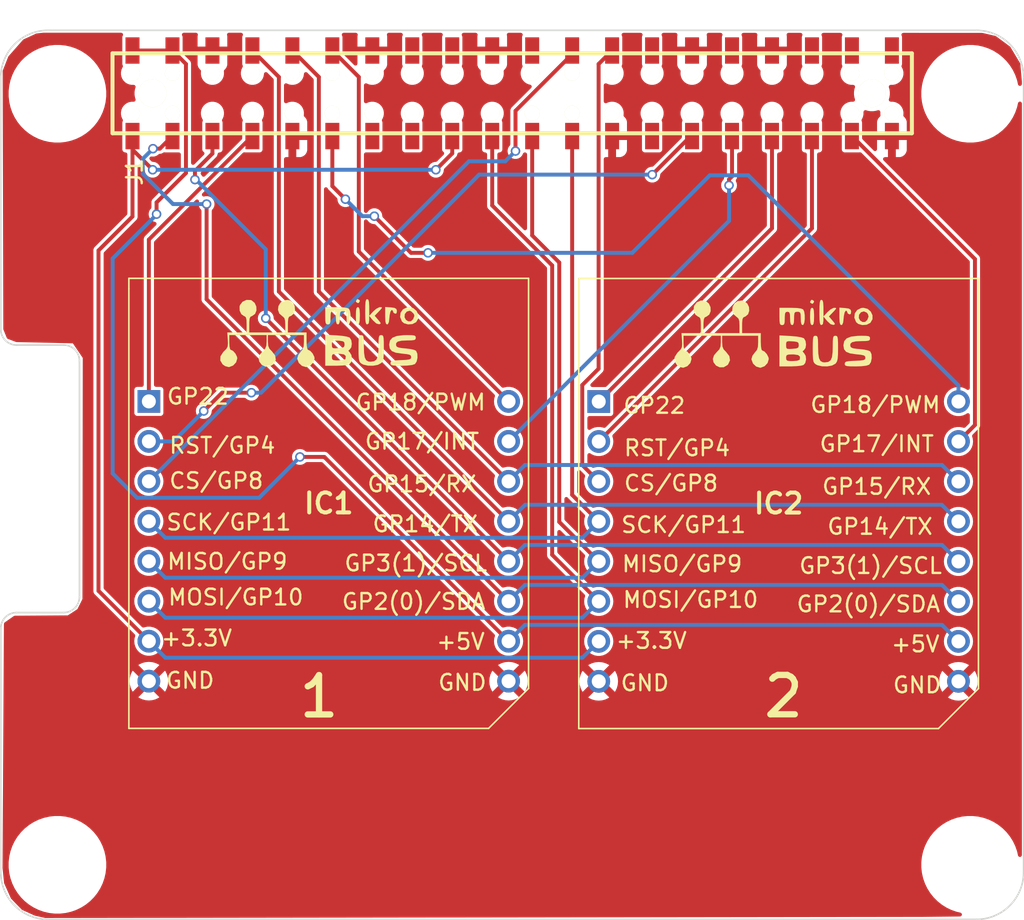
<source format=kicad_pcb>
(kicad_pcb (version 20240108) (generator "pcbnew") (generator_version "8.0")
  (layers (0 "F.Cu" signal) (31 "B.Cu" signal) (34 "B.Paste" user) (35 "F.Paste" user) (36 "B.SilkS" user "B.Silkscreen") (37 "F.SilkS" user "F.Silkscreen") (38 "B.Mask" user) (39 "F.Mask" user) (44 "Edge.Cuts" user))
  (net 0 "")
  (net 2 "Net-(IC1-PWM)")
  (net 4 "Net-(IC1-CS)")
  (net 5 "Net-(IC1-RX)")
  (net 6 "Net-(IC1-INT)")
  (net 7 "5V")
  (net 8 "Net-(IC1-AN)")
  (net 9 "GND")
  (net 10 "Net-(IC1-SCL)")
  (net 11 "Net-(IC1-SDA)")
  (net 12 "Net-(IC1-MISO)")
  (net 14 "Net-(IC1-MOSI)")
  (net 15 "Net-(IC1-SCK)")
  (net 16 "Net-(IC1-TX)")
  (net 17 "3V3")
  (net 19 "Net-(IC1-RST)")
  (net 20 "Net-(IC2-PWM)")
  (net 22 "Net-(IC2-INT)")
  (net 24 "Net-(IC2-CS)")
  (net 25 "Net-(IC2-RST)")
  (net 30 "Net-(IC2-AN)")
  (footprint "RPi_Hat:RPi_Hat_Mounting_Hole" (layer "F.Cu") (at 176.77 74.56)
    (property "Reference" "" (hide yes))
    (property "Value" "" (hide yes))
    (pad "" np_thru_hole circle (at 0 0) (size 2.75 2.75) (drill 2.75) (layers "*.Cu" "*.Mask") (clearance 1.725))
  )
  (footprint "RPi_Hat:RPi_Hat_Mounting_Hole" (layer "F.Cu") (at 118.77 74.56)
    (property "Reference" "" (hide yes))
    (property "Value" "" (hide yes))
    (pad "" np_thru_hole circle (at 0 0) (size 2.75 2.75) (drill 2.75) (layers "*.Cu" "*.Mask") (clearance 1.725))
  )
  (footprint "RPi_Hat:RPi_Hat_Mounting_Hole" (layer "F.Cu") (at 118.77 123.56)
    (property "Reference" "" (hide yes))
    (property "Value" "" (hide yes))
    (pad "" np_thru_hole circle (at 0 0) (size 2.75 2.75) (drill 2.75) (layers "*.Cu" "*.Mask") (clearance 1.725))
  )
  (footprint "RPi_Hat:RPi_Hat_Mounting_Hole" (layer "F.Cu") (at 176.77 123.56)
    (property "Reference" "" (hide yes))
    (property "Value" "" (hide yes))
    (pad "" np_thru_hole circle (at 0 0) (size 2.75 2.75) (drill 2.75) (layers "*.Cu" "*.Mask") (clearance 1.725))
  )
  (footprint "RPi_Hat:Samtec_HLE-120-02-XXX-DV-BE-XX-XX" (layer "F.Cu") (at 147.67 74.53 90)
    (property "Reference" "J1" (at -5 -24 90) (layer "F.SilkS"))
    (property "Value" "RPi_GPIO")
    (pad "" np_thru_hole circle (at -1.27 -24.13) (size 0.9652 0.9652) (drill 0.9652) (layers "*.Cu" "*.Mask" "F.SilkS"))
    (pad "" np_thru_hole circle (at -1.27 -21.59) (size 0.9652 0.9652) (drill 0.9652) (layers "*.Cu" "*.Mask" "F.SilkS"))
    (pad "" np_thru_hole circle (at -1.27 -19.05) (size 0.9652 0.9652) (drill 0.9652) (layers "*.Cu" "*.Mask" "F.SilkS"))
    (pad "" np_thru_hole circle (at -1.27 -16.51) (size 0.9652 0.9652) (drill 0.9652) (layers "*.Cu" "*.Mask" "F.SilkS"))
    (pad "" np_thru_hole circle (at -1.27 -13.97) (size 0.9652 0.9652) (drill 0.9652) (layers "*.Cu" "*.Mask" "F.SilkS"))
    (pad "" np_thru_hole circle (at -1.27 -11.43) (size 0.9652 0.9652) (drill 0.9652) (layers "*.Cu" "*.Mask" "F.SilkS"))
    (pad "" np_thru_hole circle (at -1.27 -8.89) (size 0.9652 0.9652) (drill 0.9652) (layers "*.Cu" "*.Mask" "F.SilkS"))
    (pad "" np_thru_hole circle (at -1.27 -6.35) (size 0.9652 0.9652) (drill 0.9652) (layers "*.Cu" "*.Mask" "F.SilkS"))
    (pad "" np_thru_hole circle (at -1.27 -3.81) (size 0.9652 0.9652) (drill 0.9652) (layers "*.Cu" "*.Mask" "F.SilkS"))
    (pad "" np_thru_hole circle (at -1.27 -1.27) (size 0.9652 0.9652) (drill 0.9652) (layers "*.Cu" "*.Mask" "F.SilkS"))
    (pad "" np_thru_hole circle (at -1.27 1.27) (size 0.9652 0.9652) (drill 0.9652) (layers "*.Cu" "*.Mask" "F.SilkS"))
    (pad "" np_thru_hole circle (at -1.27 3.81) (size 0.9652 0.9652) (drill 0.9652) (layers "*.Cu" "*.Mask" "F.SilkS"))
    (pad "" np_thru_hole circle (at -1.27 6.35) (size 0.9652 0.9652) (drill 0.9652) (layers "*.Cu" "*.Mask" "F.SilkS"))
    (pad "" np_thru_hole circle (at -1.27 8.89) (size 0.9652 0.9652) (drill 0.9652) (layers "*.Cu" "*.Mask" "F.SilkS"))
    (pad "" np_thru_hole circle (at -1.27 11.43) (size 0.9652 0.9652) (drill 0.9652) (layers "*.Cu" "*.Mask" "F.SilkS"))
    (pad "" np_thru_hole circle (at -1.27 13.97) (size 0.9652 0.9652) (drill 0.9652) (layers "*.Cu" "*.Mask" "F.SilkS"))
    (pad "" np_thru_hole circle (at -1.27 16.51) (size 0.9652 0.9652) (drill 0.9652) (layers "*.Cu" "*.Mask" "F.SilkS"))
    (pad "" np_thru_hole circle (at -1.27 19.05) (size 0.9652 0.9652) (drill 0.9652) (layers "*.Cu" "*.Mask" "F.SilkS"))
    (pad "" np_thru_hole circle (at -1.27 21.59) (size 0.9652 0.9652) (drill 0.9652) (layers "*.Cu" "*.Mask" "F.SilkS"))
    (pad "" np_thru_hole circle (at -1.27 24.13) (size 0.9652 0.9652) (drill 0.9652) (layers "*.Cu" "*.Mask" "F.SilkS"))
    (pad "" np_thru_hole circle (at 0 -22.86) (size 1.778 1.778) (drill 1.778) (layers "*.Cu" "*.Mask" "F.SilkS"))
    (pad "" np_thru_hole circle (at 0 22.86) (size 1.778 1.778) (drill 1.778) (layers "*.Cu" "*.Mask" "F.SilkS"))
    (pad "" np_thru_hole circle (at 1.27 -24.13) (size 0.9652 0.9652) (drill 0.9652) (layers "*.Cu" "*.Mask" "F.SilkS"))
    (pad "" np_thru_hole circle (at 1.27 -21.59) (size 0.9652 0.9652) (drill 0.9652) (layers "*.Cu" "*.Mask" "F.SilkS"))
    (pad "" np_thru_hole circle (at 1.27 -19.05) (size 0.9652 0.9652) (drill 0.9652) (layers "*.Cu" "*.Mask" "F.SilkS"))
    (pad "" np_thru_hole circle (at 1.27 -16.51) (size 0.9652 0.9652) (drill 0.9652) (layers "*.Cu" "*.Mask" "F.SilkS"))
    (pad "" np_thru_hole circle (at 1.27 -13.97) (size 0.9652 0.9652) (drill 0.9652) (layers "*.Cu" "*.Mask" "F.SilkS"))
    (pad "" np_thru_hole circle (at 1.27 -11.43) (size 0.9652 0.9652) (drill 0.9652) (layers "*.Cu" "*.Mask" "F.SilkS"))
    (pad "" np_thru_hole circle (at 1.27 -8.89) (size 0.9652 0.9652) (drill 0.9652) (layers "*.Cu" "*.Mask" "F.SilkS"))
    (pad "" np_thru_hole circle (at 1.27 -6.35) (size 0.9652 0.9652) (drill 0.9652) (layers "*.Cu" "*.Mask" "F.SilkS"))
    (pad "" np_thru_hole circle (at 1.27 -3.81) (size 0.9652 0.9652) (drill 0.9652) (layers "*.Cu" "*.Mask" "F.SilkS"))
    (pad "" np_thru_hole circle (at 1.27 -1.27) (size 0.9652 0.9652) (drill 0.9652) (layers "*.Cu" "*.Mask" "F.SilkS"))
    (pad "" np_thru_hole circle (at 1.27 1.27) (size 0.9652 0.9652) (drill 0.9652) (layers "*.Cu" "*.Mask" "F.SilkS"))
    (pad "" np_thru_hole circle (at 1.27 3.81) (size 0.9652 0.9652) (drill 0.9652) (layers "*.Cu" "*.Mask" "F.SilkS"))
    (pad "" np_thru_hole circle (at 1.27 6.35) (size 0.9652 0.9652) (drill 0.9652) (layers "*.Cu" "*.Mask" "F.SilkS"))
    (pad "" np_thru_hole circle (at 1.27 8.89) (size 0.9652 0.9652) (drill 0.9652) (layers "*.Cu" "*.Mask" "F.SilkS"))
    (pad "" np_thru_hole circle (at 1.27 11.43) (size 0.9652 0.9652) (drill 0.9652) (layers "*.Cu" "*.Mask" "F.SilkS"))
    (pad "" np_thru_hole circle (at 1.27 13.97) (size 0.9652 0.9652) (drill 0.9652) (layers "*.Cu" "*.Mask" "F.SilkS"))
    (pad "" np_thru_hole circle (at 1.27 16.51) (size 0.9652 0.9652) (drill 0.9652) (layers "*.Cu" "*.Mask" "F.SilkS"))
    (pad "" np_thru_hole circle (at 1.27 19.05) (size 0.9652 0.9652) (drill 0.9652) (layers "*.Cu" "*.Mask" "F.SilkS"))
    (pad "" np_thru_hole circle (at 1.27 21.59) (size 0.9652 0.9652) (drill 0.9652) (layers "*.Cu" "*.Mask" "F.SilkS"))
    (pad "" np_thru_hole circle (at 1.27 24.13) (size 0.9652 0.9652) (drill 0.9652) (layers "*.Cu" "*.Mask" "F.SilkS"))
    (pad "1" smd rect (at -2.7178 -24.13 180) (size 0.889 1.6764) (layers "F.Cu" "F.Paste" "F.Mask") (net 17 "3V3"))
    (pad "2" smd rect (at 2.7178 -24.13 180) (size 0.889 1.6764) (layers "F.Cu" "F.Paste" "F.Mask") (net 7 "5V"))
    (pad "3" smd rect (at -2.7178 -21.59 180) (size 0.889 1.6764) (layers "F.Cu" "F.Paste" "F.Mask") (net 11 "Net-(IC1-SDA)"))
    (pad "4" smd rect (at 2.7178 -21.59 180) (size 0.889 1.6764) (layers "F.Cu" "F.Paste" "F.Mask") (net 7 "5V"))
    (pad "5" smd rect (at -2.7178 -19.05 180) (size 0.889 1.6764) (layers "F.Cu" "F.Paste" "F.Mask") (net 10 "Net-(IC1-SCL)"))
    (pad "6" smd rect (at 2.7178 -19.05 180) (size 0.889 1.6764) (layers "F.Cu" "F.Paste" "F.Mask") (net 9 "GND"))
    (pad "7" smd rect (at -2.7178 -16.51 180) (size 0.889 1.6764) (layers "F.Cu" "F.Paste" "F.Mask") (net 8 "Net-(IC1-AN)"))
    (pad "8" smd rect (at 2.7178 -16.51 180) (size 0.889 1.6764) (layers "F.Cu" "F.Paste" "F.Mask") (net 16 "Net-(IC1-TX)"))
    (pad "9" smd rect (at -2.7178 -13.97 180) (size 0.889 1.6764) (layers "F.Cu" "F.Paste" "F.Mask") (net 9 "GND"))
    (pad "10" smd rect (at 2.7178 -13.97 180) (size 0.889 1.6764) (layers "F.Cu" "F.Paste" "F.Mask") (net 5 "Net-(IC1-RX)"))
    (pad "11" smd rect (at -2.7178 -11.43 180) (size 0.889 1.6764) (layers "F.Cu" "F.Paste" "F.Mask") (net 20 "Net-(IC2-PWM)"))
    (pad "12" smd rect (at 2.7178 -11.43 180) (size 0.889 1.6764) (layers "F.Cu" "F.Paste" "F.Mask") (net 2 "Net-(IC1-PWM)"))
    (pad "13" smd rect (at -2.7178 -8.89 180) (size 0.889 1.6764) (layers "F.Cu" "F.Paste" "F.Mask"))
    (pad "14" smd rect (at 2.7178 -8.89 180) (size 0.889 1.6764) (layers "F.Cu" "F.Paste" "F.Mask") (net 9 "GND"))
    (pad "15" smd rect (at -2.7178 -6.35 180) (size 0.889 1.6764) (layers "F.Cu" "F.Paste" "F.Mask"))
    (pad "16" smd rect (at 2.7178 -6.35 180) (size 0.889 1.6764) (layers "F.Cu" "F.Paste" "F.Mask"))
    (pad "17" smd rect (at -2.7178 -3.81 180) (size 0.889 1.6764) (layers "F.Cu" "F.Paste" "F.Mask") (net 17 "3V3"))
    (pad "18" smd rect (at 2.7178 -3.81 180) (size 0.889 1.6764) (layers "F.Cu" "F.Paste" "F.Mask"))
    (pad "19" smd rect (at -2.7178 -1.27 180) (size 0.889 1.6764) (layers "F.Cu" "F.Paste" "F.Mask") (net 14 "Net-(IC1-MOSI)"))
    (pad "20" smd rect (at 2.7178 -1.27 180) (size 0.889 1.6764) (layers "F.Cu" "F.Paste" "F.Mask") (net 9 "GND"))
    (pad "21" smd rect (at -2.7178 1.27 180) (size 0.889 1.6764) (layers "F.Cu" "F.Paste" "F.Mask") (net 12 "Net-(IC1-MISO)"))
    (pad "22" smd rect (at 2.7178 1.27 180) (size 0.889 1.6764) (layers "F.Cu" "F.Paste" "F.Mask"))
    (pad "23" smd rect (at -2.7178 3.81 180) (size 0.889 1.6764) (layers "F.Cu" "F.Paste" "F.Mask") (net 15 "Net-(IC1-SCK)"))
    (pad "24" smd rect (at 2.7178 3.81 180) (size 0.889 1.6764) (layers "F.Cu" "F.Paste" "F.Mask") (net 4 "Net-(IC1-CS)"))
    (pad "25" smd rect (at -2.7178 6.35 180) (size 0.889 1.6764) (layers "F.Cu" "F.Paste" "F.Mask") (net 9 "GND"))
    (pad "26" smd rect (at 2.7178 6.35 180) (size 0.889 1.6764) (layers "F.Cu" "F.Paste" "F.Mask") (net 24 "Net-(IC2-CS)"))
    (pad "27" smd rect (at -2.7178 8.89 180) (size 0.889 1.6764) (layers "F.Cu" "F.Paste" "F.Mask"))
    (pad "28" smd rect (at 2.7178 8.89 180) (size 0.889 1.6764) (layers "F.Cu" "F.Paste" "F.Mask"))
    (pad "29" smd rect (at -2.7178 11.43 180) (size 0.889 1.6764) (layers "F.Cu" "F.Paste" "F.Mask") (net 19 "Net-(IC1-RST)"))
    (pad "30" smd rect (at 2.7178 11.43 180) (size 0.889 1.6764) (layers "F.Cu" "F.Paste" "F.Mask") (net 9 "GND"))
    (pad "31" smd rect (at -2.7178 13.97 180) (size 0.889 1.6764) (layers "F.Cu" "F.Paste" "F.Mask") (net 6 "Net-(IC1-INT)"))
    (pad "32" smd rect (at 2.7178 13.97 180) (size 0.889 1.6764) (layers "F.Cu" "F.Paste" "F.Mask"))
    (pad "33" smd rect (at -2.7178 16.51 180) (size 0.889 1.6764) (layers "F.Cu" "F.Paste" "F.Mask") (net 30 "Net-(IC2-AN)"))
    (pad "34" smd rect (at 2.7178 16.51 180) (size 0.889 1.6764) (layers "F.Cu" "F.Paste" "F.Mask") (net 9 "GND"))
    (pad "35" smd rect (at -2.7178 19.05 180) (size 0.889 1.6764) (layers "F.Cu" "F.Paste" "F.Mask") (net 25 "Net-(IC2-RST)"))
    (pad "36" smd rect (at 2.7178 19.05 180) (size 0.889 1.6764) (layers "F.Cu" "F.Paste" "F.Mask"))
    (pad "37" smd rect (at -2.7178 21.59 180) (size 0.889 1.6764) (layers "F.Cu" "F.Paste" "F.Mask") (net 22 "Net-(IC2-INT)"))
    (pad "38" smd rect (at 2.7178 21.59 180) (size 0.889 1.6764) (layers "F.Cu" "F.Paste" "F.Mask"))
    (pad "39" smd rect (at -2.7178 24.13 180) (size 0.889 1.6764) (layers "F.Cu" "F.Paste" "F.Mask") (net 9 "GND"))
    (pad "40" smd rect (at 2.7178 24.13 180) (size 0.889 1.6764) (layers "F.Cu" "F.Paste" "F.Mask"))
  )
  (footprint "logo:mikro_logo" (layer "F.Cu") (at 164.23 89.77)
    (property "Reference" "G***" (hide yes))
    (property "Value" "LOGO" (hide yes))
  )
  (footprint "MIKROE-924:MIKROE924" (layer "F.Cu") (at 153.17 94.12)
    (property "Reference" "IC2" (at 11.43 6.48 0) (layer "F.SilkS") (effects (font (size 1.27 1.27) (thickness 0.254))))
    (property "Value" "MIKROE-924" (hide yes))
    (pad "1" thru_hole rect (at 0 0) (size 1.445 1.445) (drill 0.889) (layers "*.Cu" "*.Mask") (net 30 "Net-(IC2-AN)"))
    (pad "2" thru_hole circle (at 0 2.54) (size 1.445 1.445) (drill 0.889) (layers "*.Cu" "*.Mask") (net 25 "Net-(IC2-RST)"))
    (pad "3" thru_hole circle (at 0 5.08) (size 1.445 1.445) (drill 0.889) (layers "*.Cu" "*.Mask") (net 24 "Net-(IC2-CS)"))
    (pad "4" thru_hole circle (at 0 7.62) (size 1.445 1.445) (drill 0.889) (layers "*.Cu" "*.Mask") (net 15 "Net-(IC1-SCK)"))
    (pad "5" thru_hole circle (at 0 10.16) (size 1.445 1.445) (drill 0.889) (layers "*.Cu" "*.Mask") (net 12 "Net-(IC1-MISO)"))
    (pad "6" thru_hole circle (at 0 12.7) (size 1.445 1.445) (drill 0.889) (layers "*.Cu" "*.Mask") (net 14 "Net-(IC1-MOSI)"))
    (pad "7" thru_hole circle (at 0 15.24) (size 1.445 1.445) (drill 0.889) (layers "*.Cu" "*.Mask") (net 17 "3V3"))
    (pad "8" thru_hole circle (at 0 17.78) (size 1.445 1.445) (drill 0.889) (layers "*.Cu" "*.Mask") (net 9 "GND"))
    (pad "9" thru_hole circle (at 22.86 0) (size 1.445 1.445) (drill 0.889) (layers "*.Cu" "*.Mask") (net 20 "Net-(IC2-PWM)"))
    (pad "10" thru_hole circle (at 22.86 2.54) (size 1.445 1.445) (drill 0.889) (layers "*.Cu" "*.Mask") (net 22 "Net-(IC2-INT)"))
    (pad "11" thru_hole circle (at 22.86 5.08) (size 1.445 1.445) (drill 0.889) (layers "*.Cu" "*.Mask") (net 5 "Net-(IC1-RX)"))
    (pad "12" thru_hole circle (at 22.86 7.62) (size 1.445 1.445) (drill 0.889) (layers "*.Cu" "*.Mask") (net 16 "Net-(IC1-TX)"))
    (pad "13" thru_hole circle (at 22.86 10.16) (size 1.445 1.445) (drill 0.889) (layers "*.Cu" "*.Mask") (net 10 "Net-(IC1-SCL)"))
    (pad "14" thru_hole circle (at 22.86 12.7) (size 1.445 1.445) (drill 0.889) (layers "*.Cu" "*.Mask") (net 11 "Net-(IC1-SDA)"))
    (pad "15" thru_hole circle (at 22.86 15.24) (size 1.445 1.445) (drill 0.889) (layers "*.Cu" "*.Mask") (net 7 "5V"))
    (pad "16" thru_hole circle (at 22.86 17.78) (size 1.445 1.445) (drill 0.889) (layers "*.Cu" "*.Mask") (net 9 "GND"))
  )
  (footprint "MIKROE-924:MIKROE924" (layer "F.Cu") (at 124.58 94.11)
    (property "Reference" "IC1" (at 11.43 6.48 0) (layer "F.SilkS") (effects (font (size 1.27 1.27) (thickness 0.254))))
    (property "Value" "MIKROE-924" (hide yes))
    (pad "1" thru_hole rect (at 0 0) (size 1.445 1.445) (drill 0.889) (layers "*.Cu" "*.Mask") (net 8 "Net-(IC1-AN)"))
    (pad "2" thru_hole circle (at 0 2.54) (size 1.445 1.445) (drill 0.889) (layers "*.Cu" "*.Mask") (net 19 "Net-(IC1-RST)"))
    (pad "3" thru_hole circle (at 0 5.08) (size 1.445 1.445) (drill 0.889) (layers "*.Cu" "*.Mask") (net 4 "Net-(IC1-CS)"))
    (pad "4" thru_hole circle (at 0 7.62) (size 1.445 1.445) (drill 0.889) (layers "*.Cu" "*.Mask") (net 15 "Net-(IC1-SCK)"))
    (pad "5" thru_hole circle (at 0 10.16) (size 1.445 1.445) (drill 0.889) (layers "*.Cu" "*.Mask") (net 12 "Net-(IC1-MISO)"))
    (pad "6" thru_hole circle (at 0 12.7) (size 1.445 1.445) (drill 0.889) (layers "*.Cu" "*.Mask") (net 14 "Net-(IC1-MOSI)"))
    (pad "7" thru_hole circle (at 0 15.24) (size 1.445 1.445) (drill 0.889) (layers "*.Cu" "*.Mask") (net 17 "3V3"))
    (pad "8" thru_hole circle (at 0 17.78) (size 1.445 1.445) (drill 0.889) (layers "*.Cu" "*.Mask") (net 9 "GND"))
    (pad "9" thru_hole circle (at 22.86 0) (size 1.445 1.445) (drill 0.889) (layers "*.Cu" "*.Mask") (net 2 "Net-(IC1-PWM)"))
    (pad "10" thru_hole circle (at 22.86 2.54) (size 1.445 1.445) (drill 0.889) (layers "*.Cu" "*.Mask") (net 6 "Net-(IC1-INT)"))
    (pad "11" thru_hole circle (at 22.86 5.08) (size 1.445 1.445) (drill 0.889) (layers "*.Cu" "*.Mask") (net 5 "Net-(IC1-RX)"))
    (pad "12" thru_hole circle (at 22.86 7.62) (size 1.445 1.445) (drill 0.889) (layers "*.Cu" "*.Mask") (net 16 "Net-(IC1-TX)"))
    (pad "13" thru_hole circle (at 22.86 10.16) (size 1.445 1.445) (drill 0.889) (layers "*.Cu" "*.Mask") (net 10 "Net-(IC1-SCL)"))
    (pad "14" thru_hole circle (at 22.86 12.7) (size 1.445 1.445) (drill 0.889) (layers "*.Cu" "*.Mask") (net 11 "Net-(IC1-SDA)"))
    (pad "15" thru_hole circle (at 22.86 15.24) (size 1.445 1.445) (drill 0.889) (layers "*.Cu" "*.Mask") (net 7 "5V"))
    (pad "16" thru_hole circle (at 22.86 17.78) (size 1.445 1.445) (drill 0.889) (layers "*.Cu" "*.Mask") (net 9 "GND"))
  )
  (footprint "logo:mikro_logo" (layer "F.Cu") (at 135.364561 89.727666)
    (property "Reference" "G***" (hide yes))
    (property "Value" "LOGO" (hide yes))
  )
  (gr_arc (start 177.17 70.53) (mid 179.29132 71.40868) (end 180.17 73.53) (stroke (width 0.1)) (layer "Edge.Cuts"))
  (gr_arc (start 115.17 73.53) (mid 116.04868 71.40868) (end 118.17 70.53) (stroke (width 0.1)) (layer "Edge.Cuts"))
  (gr_arc (start 118.17 127.03) (mid 116.04868 126.15132) (end 115.17 124.03) (stroke (width 0.1)) (layer "Edge.Cuts"))
  (gr_arc (start 180.17 124.03) (mid 179.29132 126.15132) (end 177.17 127.03) (stroke (width 0.1)) (layer "Edge.Cuts"))
  (gr_arc (start 116.17 90.53) (mid 115.462893 90.237107) (end 115.17 89.53) (stroke (width 0.1)) (layer "Edge.Cuts"))
  (gr_arc (start 119.17 90.53) (mid 119.877107 90.822893) (end 120.17 91.53) (stroke (width 0.1)) (layer "Edge.Cuts"))
  (gr_arc (start 120.17 106.53) (mid 119.877107 107.237107) (end 119.17 107.53) (stroke (width 0.1)) (layer "Edge.Cuts"))
  (gr_arc (start 115.17 108.53) (mid 115.462893 107.822893) (end 116.17 107.53) (stroke (width 0.1)) (layer "Edge.Cuts"))
  (gr_line (start 180.17 73.53) (end 180.17 124.03) (stroke (width 0.1)) (layer "Edge.Cuts"))
  (gr_line (start 118.17 70.53) (end 177.17 70.53) (stroke (width 0.1)) (layer "Edge.Cuts"))
  (gr_line (start 120.17 91.53) (end 120.17 106.53) (stroke (width 0.1)) (layer "Edge.Cuts"))
  (gr_line (start 118.17 127.03) (end 177.17 127.03) (stroke (width 0.1)) (layer "Edge.Cuts"))
  (gr_line (start 115.17 73.53) (end 115.17 89.53) (stroke (width 0.1)) (layer "Edge.Cuts"))
  (gr_line (start 115.17 108.53) (end 115.17 124.03) (stroke (width 0.1)) (layer "Edge.Cuts"))
  (gr_line (start 116.17 107.53) (end 119.17 107.53) (stroke (width 0.1)) (layer "Edge.Cuts"))
  (gr_line (start 116.17 90.53) (end 119.17 90.53) (stroke (width 0.1)) (layer "Edge.Cuts"))
  (gr_text "CS/GP8" (at 125.79 99.74 0) (layer "F.SilkS") (effects (font (size 1 1)) (justify left bottom)))
  (gr_text "GP22" (at 154.65 94.96 0) (layer "F.SilkS") (effects (font (size 1 1)) (justify left bottom)))
  (gr_text "GP3(1)/SCL" (at 165.82 105.14 0) (layer "F.SilkS") (effects (font (size 1 1)) (justify left bottom)))
  (gr_text "GP18/PWM" (at 166.53 94.91 0) (layer "F.SilkS") (effects (font (size 1 1)) (justify left bottom)))
  (gr_text "GP14/TX" (at 167.61 102.65 0) (layer "F.SilkS") (effects (font (size 1 1)) (justify left bottom)))
  (gr_text "GP17/INT" (at 138.22 97.24 0) (layer "F.SilkS") (effects (font (size 1 1)) (justify left bottom)))
  (gr_text "MOSI/GP10" (at 154.62 107.3 0) (layer "F.SilkS") (effects (font (size 1 1)) (justify left bottom)))
  (gr_text "GP18/PWM" (at 137.63 94.75 0) (layer "F.SilkS") (effects (font (size 1 1)) (justify left bottom)))
  (gr_text "2" (at 163.46 114.32 0) (layer "F.SilkS") (effects (font (size 2.5 2.5) (thickness 0.4)) (justify left bottom)))
  (gr_text "GND" (at 171.78 112.72 0) (layer "F.SilkS") (effects (font (size 1 1)) (justify left bottom)))
  (gr_text "+3.3V" (at 125.28 109.74 0) (layer "F.SilkS") (effects (font (size 1 1)) (justify left bottom)))
  (gr_text "CS/GP8" (at 154.69 99.9 0) (layer "F.SilkS") (effects (font (size 1 1)) (justify left bottom)))
  (gr_text "GND" (at 154.48 112.59 0) (layer "F.SilkS") (effects (font (size 1 1)) (justify left bottom)))
  (gr_text "GP17/INT" (at 167.12 97.4 0) (layer "F.SilkS") (effects (font (size 1 1)) (justify left bottom)))
  (gr_text "SCK/GP11" (at 125.61 102.38 0) (layer "F.SilkS") (effects (font (size 1 1)) (justify left bottom)))
  (gr_text "GP15/RX" (at 138.38 99.95 0) (layer "F.SilkS") (effects (font (size 1 1)) (justify left bottom)))
  (gr_text "GND" (at 142.88 112.56 0) (layer "F.SilkS") (effects (font (size 1 1)) (justify left bottom)))
  (gr_text "MISO/GP9" (at 154.56 105.03 0) (layer "F.SilkS") (effects (font (size 1 1)) (justify left bottom)))
  (gr_text "MOSI/GP10" (at 125.72 107.14 0) (layer "F.SilkS") (effects (font (size 1 1)) (justify left bottom)))
  (gr_text "GND" (at 125.58 112.43 0) (layer "F.SilkS") (effects (font (size 1 1)) (justify left bottom)))
  (gr_text "RST/GP4" (at 125.79 97.5 0) (layer "F.SilkS") (effects (font (size 1 1)) (justify left bottom)))
  (gr_text "1" (at 133.94 114.33 0) (layer "F.SilkS") (effects (font (size 2.5 2.5) (thickness 0.4)) (justify left bottom)))
  (gr_text "GP14/TX" (at 138.71 102.49 0) (layer "F.SilkS") (effects (font (size 1 1)) (justify left bottom)))
  (gr_text "GP3(1)/SCL" (at 136.92 104.98 0) (layer "F.SilkS") (effects (font (size 1 1)) (justify left bottom)))
  (gr_text "GP15/RX" (at 167.28 100.11 0) (layer "F.SilkS") (effects (font (size 1 1)) (justify left bottom)))
  (gr_text "MISO/GP9" (at 125.66 104.87 0) (layer "F.SilkS") (effects (font (size 1 1)) (justify left bottom)))
  (gr_text "+5V" (at 171.67 110.12 0) (layer "F.SilkS") (effects (font (size 1 1)) (justify left bottom)))
  (gr_text "GP2(0)/SDA" (at 165.66 107.58 0) (layer "F.SilkS") (effects (font (size 1 1)) (justify left bottom)))
  (gr_text "SCK/GP11" (at 154.51 102.54 0) (layer "F.SilkS") (effects (font (size 1 1)) (justify left bottom)))
  (gr_text "GP22" (at 125.64 94.38 0) (layer "F.SilkS") (effects (font (size 1 1)) (justify left bottom)))
  (gr_text "GP2(0)/SDA" (at 136.76 107.42 0) (layer "F.SilkS") (effects (font (size 1 1)) (justify left bottom)))
  (gr_text "+3.3V" (at 154.18 109.9 0) (layer "F.SilkS") (effects (font (size 1 1)) (justify left bottom)))
  (gr_text "+5V" (at 142.77 109.96 0) (layer "F.SilkS") (effects (font (size 1 1)) (justify left bottom)))
  (gr_text "RST/GP4" (at 154.69 97.66 0) (layer "F.SilkS") (effects (font (size 1 1)) (justify left bottom)))
  (segment (start 147.44 94.11) (end 137.9224 84.5924) (width 0.25) (layer "F.Cu") (net 2))
  (segment (start 137.9224 73.4946) (end 136.24 71.8122) (width 0.25) (layer "F.Cu") (net 2))
  (segment (start 137.9224 84.5924) (end 137.9224 73.4946) (width 0.25) (layer "F.Cu") (net 2))
  (segment (start 151.48 72.04717) (end 151.48 71.8122) (width 0.25) (layer "F.Cu") (net 4))
  (segment (start 147.88 78.2) (end 147.88 75.64717) (width 0.25) (layer "F.Cu") (net 4))
  (segment (start 147.88 75.64717) (end 151.48 72.04717) (width 0.25) (layer "F.Cu") (net 4))
  (via (at 147.88 78.2) (size 0.6) (drill 0.4) (layers "F.Cu" "B.Cu") (net 4))
  (segment (start 144.92 78.85) (end 147.23 78.85) (width 0.25) (layer "B.Cu") (net 4))
  (segment (start 147.23 78.85) (end 147.88 78.2) (width 0.25) (layer "B.Cu") (net 4))
  (segment (start 124.58 99.19) (end 144.92 78.85) (width 0.25) (layer "B.Cu") (net 4))
  (segment (start 147.44 99.19) (end 135.3824 87.1324) (width 0.25) (layer "F.Cu") (net 5))
  (segment (start 135.3824 73.4946) (end 133.7 71.8122) (width 0.25) (layer "F.Cu") (net 5))
  (segment (start 135.3824 87.1324) (end 135.3824 73.4946) (width 0.25) (layer "F.Cu") (net 5))
  (segment (start 176.03 99.2) (end 174.9825 98.1525) (width 0.25) (layer "B.Cu") (net 5))
  (segment (start 148.4775 98.1525) (end 147.44 99.19) (width 0.25) (layer "B.Cu") (net 5))
  (segment (start 174.9825 98.1525) (end 148.4775 98.1525) (width 0.25) (layer "B.Cu") (net 5))
  (segment (start 161.45 80.38) (end 161.45 80) (width 0.25) (layer "F.Cu") (net 6))
  (segment (start 161.64 79.81) (end 161.64 77.2478) (width 0.25) (layer "F.Cu") (net 6))
  (segment (start 161.45 80) (end 161.64 79.81) (width 0.25) (layer "F.Cu") (net 6))
  (via (at 161.45 80.38) (size 0.6) (drill 0.4) (layers "F.Cu" "B.Cu") (net 6))
  (segment (start 161.45 82.64) (end 161.45 80.38) (width 0.25) (layer "B.Cu") (net 6))
  (segment (start 147.44 96.65) (end 161.45 82.64) (width 0.25) (layer "B.Cu") (net 6))
  (segment (start 125.07 82.21) (end 125.07 81.466396) (width 0.25) (layer "F.Cu") (net 7))
  (segment (start 135.73 97.64) (end 134.18 97.64) (width 0.25) (layer "F.Cu") (net 7))
  (segment (start 125.07 81.466396) (end 126.9376 79.598796) (width 0.25) (layer "F.Cu") (net 7))
  (segment (start 126.08 71.8122) (end 126.9376 72.6698) (width 0.25) (layer "F.Cu") (net 7))
  (segment (start 147.44 109.35) (end 135.7875 97.6975) (width 0.25) (layer "F.Cu") (net 7))
  (segment (start 126.9376 79.598796) (end 126.9376 72.6698) (width 0.25) (layer "F.Cu") (net 7))
  (segment (start 126.08 71.8122) (end 123.54 71.8122) (width 0.25) (layer "F.Cu") (net 7))
  (segment (start 135.7875 97.6975) (end 135.73 97.64) (width 0.25) (layer "F.Cu") (net 7))
  (via (at 125.07 82.21) (size 0.6) (drill 0.4) (layers "F.Cu" "B.Cu") (net 7))
  (via (at 134.18 97.64) (size 0.6) (drill 0.4) (layers "F.Cu" "B.Cu") (net 7))
  (segment (start 147.44 109.35) (end 148.4775 108.3125) (width 0.25) (layer "B.Cu") (net 7))
  (segment (start 122.28 98.69) (end 122.28 85.03) (width 0.25) (layer "B.Cu") (net 7))
  (segment (start 122.28 85.03) (end 125.07 82.24) (width 0.25) (layer "B.Cu") (net 7))
  (segment (start 134.18 97.64) (end 131.5825 100.2375) (width 0.25) (layer "B.Cu") (net 7))
  (segment (start 123.8275 100.2375) (end 122.28 98.69) (width 0.25) (layer "B.Cu") (net 7))
  (segment (start 174.9825 108.3125) (end 176.03 109.36) (width 0.25) (layer "B.Cu") (net 7))
  (segment (start 148.4775 108.3125) (end 174.9825 108.3125) (width 0.25) (layer "B.Cu") (net 7))
  (segment (start 125.07 82.24) (end 125.07 82.21) (width 0.25) (layer "B.Cu") (net 7))
  (segment (start 131.5825 100.2375) (end 123.8275 100.2375) (width 0.25) (layer "B.Cu") (net 7))
  (segment (start 124.58 94.11) (end 124.58 83.8278) (width 0.25) (layer "F.Cu") (net 8))
  (segment (start 124.58 83.8278) (end 131.16 77.2478) (width 0.25) (layer "F.Cu") (net 8))
  (segment (start 132.0176 88.8376) (end 132.01 88.83) (width 0.25) (layer "F.Cu") (net 10))
  (segment (start 127.508917 79.471083) (end 128.62 78.36) (width 0.25) (layer "F.Cu") (net 10))
  (segment (start 128.62 77.12717) (end 128.62 77.2478) (width 0.25) (layer "F.Cu") (net 10))
  (segment (start 127.508917 80.014999) (end 127.508917 79.471083) (width 0.25) (layer "F.Cu") (net 10))
  (segment (start 132.0176 88.8476) (end 132.0176 88.8376) (width 0.25) (layer "F.Cu") (net 10))
  (segment (start 128.62 78.36) (end 128.62 77.2478) (width 0.25) (layer "F.Cu") (net 10))
  (segment (start 147.44 104.27) (end 132.0176 88.8476) (width 0.25) (layer "F.Cu") (net 10))
  (via (at 132.01 88.83) (size 0.6) (drill 0.4) (layers "F.Cu" "B.Cu") (net 10))
  (via (at 127.508917 80.014999) (size 0.6) (drill 0.4) (layers "F.Cu" "B.Cu") (net 10))
  (segment (start 148.4775 103.2325) (end 147.44 104.27) (width 0.25) (layer "B.Cu") (net 10))
  (segment (start 127.578883 80.014999) (end 127.508917 80.014999) (width 0.25) (layer "B.Cu") (net 10))
  (segment (start 176.03 104.28) (end 174.9825 103.2325) (width 0.25) (layer "B.Cu") (net 10))
  (segment (start 132.01 88.83) (end 132.01 84.446116) (width 0.25) (layer "B.Cu") (net 10))
  (segment (start 132.01 84.446116) (end 127.578883 80.014999) (width 0.25) (layer "B.Cu") (net 10))
  (segment (start 174.9825 103.2325) (end 148.4775 103.2325) (width 0.25) (layer "B.Cu") (net 10))
  (segment (start 124.84 78.05) (end 125.2778 78.05) (width 0.25) (layer "F.Cu") (net 11))
  (segment (start 128.25 87.62) (end 128.25 81.57) (width 0.25) (layer "F.Cu") (net 11))
  (segment (start 147.44 106.81) (end 128.25 87.62) (width 0.25) (layer "F.Cu") (net 11))
  (segment (start 125.2778 78.05) (end 126.08 77.2478) (width 0.25) (layer "F.Cu") (net 11))
  (via (at 128.25 81.57) (size 0.6) (drill 0.4) (layers "F.Cu" "B.Cu") (net 11))
  (via (at 124.84 78.05) (size 0.6) (drill 0.4) (layers "F.Cu" "B.Cu") (net 11))
  (segment (start 124.19 78.7) (end 124.84 78.05) (width 0.25) (layer "B.Cu") (net 11))
  (segment (start 174.9825 105.7725) (end 176.03 106.82) (width 0.25) (layer "B.Cu") (net 11))
  (segment (start 128.25 81.57) (end 126.116116 81.57) (width 0.25) (layer "B.Cu") (net 11))
  (segment (start 147.44 106.81) (end 148.4775 105.7725) (width 0.25) (layer "B.Cu") (net 11))
  (segment (start 148.4775 105.7725) (end 174.9825 105.7725) (width 0.25) (layer "B.Cu") (net 11))
  (segment (start 124.19 79.643884) (end 124.19 78.7) (width 0.25) (layer "B.Cu") (net 11))
  (segment (start 126.116116 81.57) (end 124.19 79.643884) (width 0.25) (layer "B.Cu") (net 11))
  (segment (start 148.94 83.563604) (end 148.94 77.2478) (width 0.25) (layer "F.Cu") (net 12))
  (segment (start 150.66 100.51) (end 150.66 85.283604) (width 0.25) (layer "F.Cu") (net 12))
  (segment (start 150.66 85.283604) (end 148.94 83.563604) (width 0.25) (layer "F.Cu") (net 12))
  (segment (start 153.17 104.28) (end 150.66 101.77) (width 0.25) (layer "F.Cu") (net 12))
  (segment (start 150.66 101.77) (end 150.66 100.51) (width 0.25) (layer "F.Cu") (net 12))
  (segment (start 125.6275 105.3175) (end 152.1325 105.3175) (width 0.25) (layer "B.Cu") (net 12))
  (segment (start 124.58 104.27) (end 125.6275 105.3175) (width 0.25) (layer "B.Cu") (net 12))
  (segment (start 152.1325 105.3175) (end 153.17 104.28) (width 0.25) (layer "B.Cu") (net 12))
  (segment (start 150.21 85.47) (end 146.4 81.66) (width 0.25) (layer "F.Cu") (net 14))
  (segment (start 146.4 81.66) (end 146.4 77.2478) (width 0.25) (layer "F.Cu") (net 14))
  (segment (start 153.17 106.82) (end 150.21 103.86) (width 0.25) (layer "F.Cu") (net 14))
  (segment (start 150.21 103.86) (end 150.21 85.47) (width 0.25) (layer "F.Cu") (net 14))
  (segment (start 125.6275 107.8575) (end 152.1325 107.8575) (width 0.25) (layer "B.Cu") (net 14))
  (segment (start 124.58 106.81) (end 125.6275 107.8575) (width 0.25) (layer "B.Cu") (net 14))
  (segment (start 152.1325 107.8575) (end 153.17 106.82) (width 0.25) (layer "B.Cu") (net 14))
  (segment (start 151.48 100.05) (end 151.48 77.2478) (width 0.25) (layer "F.Cu") (net 15))
  (segment (start 153.17 101.74) (end 151.48 100.05) (width 0.25) (layer "F.Cu") (net 15))
  (segment (start 152.1325 102.7775) (end 153.17 101.74) (width 0.25) (layer "B.Cu") (net 15))
  (segment (start 124.58 101.73) (end 125.6275 102.7775) (width 0.25) (layer "B.Cu") (net 15))
  (segment (start 125.6275 102.7775) (end 152.1325 102.7775) (width 0.25) (layer "B.Cu") (net 15))
  (segment (start 147.44 101.73) (end 132.8424 87.1324) (width 0.25) (layer "F.Cu") (net 16))
  (segment (start 132.8424 87.1324) (end 132.8424 73.4946) (width 0.25) (layer "F.Cu") (net 16))
  (segment (start 132.8424 73.4946) (end 131.16 71.8122) (width 0.25) (layer "F.Cu") (net 16))
  (segment (start 176.03 101.74) (end 174.9725 100.6825) (width 0.25) (layer "B.Cu") (net 16))
  (segment (start 174.9725 100.6825) (end 148.4875 100.6825) (width 0.25) (layer "B.Cu") (net 16))
  (segment (start 148.4875 100.6825) (end 147.44 101.73) (width 0.25) (layer "B.Cu") (net 16))
  (segment (start 121.38 84.52) (end 123.54 82.36) (width 0.25) (layer "F.Cu") (net 17))
  (segment (start 124.58 109.35) (end 121.38 106.15) (width 0.25) (layer "F.Cu") (net 17))
  (segment (start 123.54 77.2478) (end 123.54 78.11) (width 0.25) (layer "F.Cu") (net 17))
  (segment (start 142.82 79.39) (end 143.86 78.35) (width 0.25) (layer "F.Cu") (net 17))
  (segment (start 123.54 82.36) (end 123.54 77.2478) (width 0.25) (layer "F.Cu") (net 17))
  (segment (start 123.54 78.11) (end 124.82 79.39) (width 0.25) (layer "F.Cu") (net 17))
  (segment (start 121.38 106.15) (end 121.38 84.52) (width 0.25) (layer "F.Cu") (net 17))
  (segment (start 143.86 78.35) (end 143.86 77.2478) (width 0.25) (layer "F.Cu") (net 17))
  (via (at 142.82 79.39) (size 0.6) (drill 0.4) (layers "F.Cu" "B.Cu") (net 17))
  (via (at 124.82 79.39) (size 0.6) (drill 0.4) (layers "F.Cu" "B.Cu") (net 17))
  (segment (start 124.58 109.35) (end 125.6275 110.3975) (width 0.25) (layer "B.Cu") (net 17))
  (segment (start 124.82 79.39) (end 142.82 79.39) (width 0.25) (layer "B.Cu") (net 17))
  (segment (start 152.1325 110.3975) (end 153.17 109.36) (width 0.25) (layer "B.Cu") (net 17))
  (segment (start 125.6275 110.3975) (end 152.1325 110.3975) (width 0.25) (layer "B.Cu") (net 17))
  (segment (start 159.0222 77.2478) (end 159.1 77.2478) (width 0.25) (layer "F.Cu") (net 19))
  (segment (start 156.57 79.7) (end 159.0222 77.2478) (width 0.25) (layer "F.Cu") (net 19))
  (segment (start 128.07 94.72) (end 129.233058 93.556942) (width 0.25) (layer "F.Cu") (net 19))
  (segment (start 129.233058 93.556942) (end 131.096942 93.556942) (width 0.25) (layer "F.Cu") (net 19))
  (via (at 131.096942 93.556942) (size 0.6) (drill 0.4) (layers "F.Cu" "B.Cu") (net 19))
  (via (at 156.57 79.7) (size 0.6) (drill 0.4) (layers "F.Cu" "B.Cu") (net 19))
  (via (at 128.07 94.72) (size 0.6) (drill 0.4) (layers "F.Cu" "B.Cu") (net 19))
  (segment (start 131.096942 93.556942) (end 131.713058 93.556942) (width 0.25) (layer "B.Cu") (net 19))
  (segment (start 145.57 79.7) (end 156.57 79.7) (width 0.25) (layer "B.Cu") (net 19))
  (segment (start 126.14 96.65) (end 128.07 94.72) (width 0.25) (layer "B.Cu") (net 19))
  (segment (start 124.58 96.65) (end 126.14 96.65) (width 0.25) (layer "B.Cu") (net 19))
  (segment (start 131.713058 93.556942) (end 145.57 79.7) (width 0.25) (layer "B.Cu") (net 19))
  (segment (start 142.32 84.67) (end 141.24 84.67) (width 0.25) (layer "F.Cu") (net 20))
  (segment (start 136.24 80.43) (end 137.07 81.26) (width 0.25) (layer "F.Cu") (net 20))
  (segment (start 141.24 84.67) (end 138.91 82.34) (width 0.25) (layer "F.Cu") (net 20))
  (segment (start 136.24 77.2478) (end 136.24 80.43) (width 0.25) (layer "F.Cu") (net 20))
  (via (at 137.07 81.26) (size 0.6) (drill 0.4) (layers "F.Cu" "B.Cu") (net 20))
  (via (at 142.32 84.67) (size 0.6) (drill 0.4) (layers "F.Cu" "B.Cu") (net 20))
  (via (at 138.91 82.34) (size 0.6) (drill 0.4) (layers "F.Cu" "B.Cu") (net 20))
  (segment (start 155.3 84.67) (end 142.32 84.67) (width 0.25) (layer "B.Cu") (net 20))
  (segment (start 138.91 82.34) (end 138.15 82.34) (width 0.25) (layer "B.Cu") (net 20))
  (segment (start 160.23 79.74) (end 159.31 80.66) (width 0.25) (layer "B.Cu") (net 20))
  (segment (start 159.31 80.66) (end 155.3 84.67) (width 0.25) (layer "B.Cu") (net 20))
  (segment (start 176.03 94.12) (end 176.03 93.098231) (width 0.25) (layer "B.Cu") (net 20))
  (segment (start 138.15 82.34) (end 137.07 81.26) (width 0.25) (layer "B.Cu") (net 20))
  (segment (start 176.03 93.098231) (end 162.671769 79.74) (width 0.25) (layer "B.Cu") (net 20))
  (segment (start 162.671769 79.74) (end 160.23 79.74) (width 0.25) (layer "B.Cu") (net 20))
  (segment (start 177.0775 85.0653) (end 169.26 77.2478) (width 0.25) (layer "F.Cu") (net 22))
  (segment (start 176.03 96.66) (end 177.0775 95.6125) (width 0.25) (layer "F.Cu") (net 22))
  (segment (start 177.0775 95.6125) (end 177.0775 85.0653) (width 0.25) (layer "F.Cu") (net 22))
  (segment (start 153.17 99.2) (end 152.1225 98.1525) (width 0.25) (layer "F.Cu") (net 24))
  (segment (start 152.1225 98.1525) (end 152.1225 93.0725) (width 0.25) (layer "F.Cu") (net 24))
  (segment (start 153.1624 72.6698) (end 154.02 71.8122) (width 0.25) (layer "F.Cu") (net 24))
  (segment (start 152.1225 93.0725) (end 153.1624 92.0326) (width 0.25) (layer "F.Cu") (net 24))
  (segment (start 153.1624 92.0326) (end 153.1624 72.6698) (width 0.25) (layer "F.Cu") (net 24))
  (segment (start 153.17 96.66) (end 166.72 83.11) (width 0.25) (layer "F.Cu") (net 25))
  (segment (start 166.72 83.11) (end 166.72 77.2478) (width 0.25) (layer "F.Cu") (net 25))
  (segment (start 153.17 94.12) (end 164.18 83.11) (width 0.25) (layer "F.Cu") (net 30))
  (segment (start 164.18 83.11) (end 164.18 77.2478) (width 0.25) (layer "F.Cu") (net 30))
  (zone (net 9) (net_name "GND") (layer "F.Cu") (connect_pads (clearance 0.1)) (min_thickness 0.25) (fill yes (thermal_gap 0.5) (thermal_bridge_width 0.5))
    (polygon (pts (xy 117.87 70.68) (xy 177.54 70.69) (xy 178.4 70.89) (xy 179.32 71.57) (xy 179.96 72.64) (xy 180.06 73.79) (xy 180.06 124.09) (xy 179.8 125.13) (xy 179.05 126.21) (xy 177.51 126.83) (xy 173.73 126.87) (xy 117.99 126.94) (xy 117.33 126.79) (xy 116.51 126.42) (xy 115.82 125.71) (xy 115.38 124.73) (xy 115.28 123.76) (xy 115.37 108.19) (xy 116.03 107.73) (xy 119.43 107.71) (xy 120.04 107.31) (xy 120.36 106.67) (xy 120.38 91.35) (xy 119.75 90.42) (xy 116.15 90.34) (xy 115.57 90.12) (xy 115.33 89.53) (xy 115.29 73.1) (xy 115.65 72.19) (xy 116.6 71.11) (xy 117.43 70.73)))
  )
)
</source>
